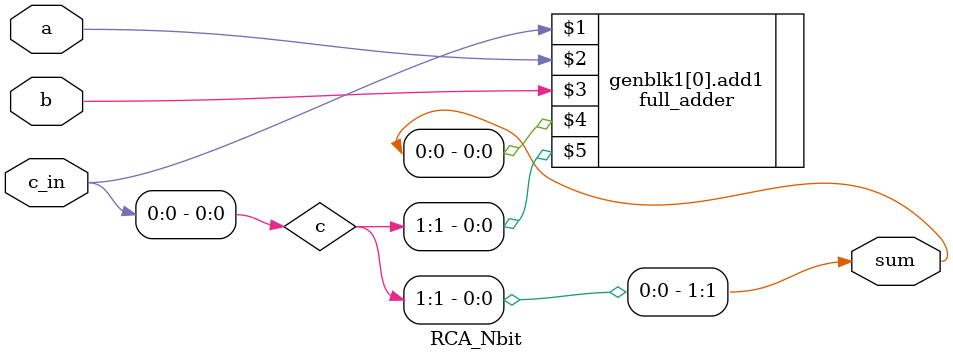
<source format=v>
`timescale 1ns / 1ps


module RCA_Nbit # (parameter n = 1) (
    c_in,
    a,
    b,
    sum
    );
    
    input c_in;
    input [n-1: 0] a, b;
    output [n: 0] sum;
    
    wire [n: 0] c;
    assign c[0] = c_in;
    
    genvar i;
    generate
        for (i=0; i<n; i = i+1)
        begin
            full_adder add1(c[i], a[i], b[i], sum[i], c[i+1]);
        end
    endgenerate
    
    assign sum[n] = c[n];
    
endmodule

</source>
